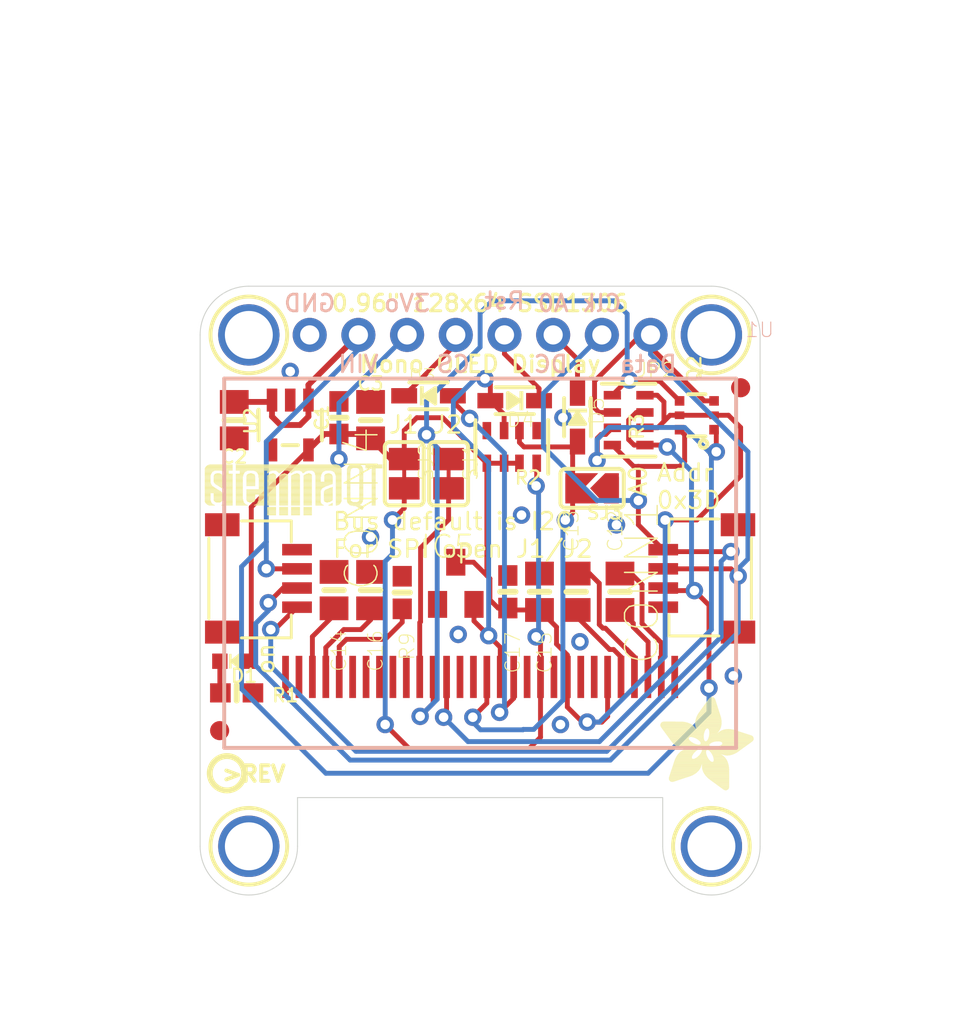
<source format=kicad_pcb>
(kicad_pcb (version 20211014) (generator pcbnew)
  (layers (0 "F.Cu" signal) (31 "B.Cu" signal) (34 "B.Paste" user) (35 "F.Paste" user) (36 "B.SilkS" user "B.Silkscreen") (37 "F.SilkS" user "F.Silkscreen") (38 "B.Mask" user) (39 "F.Mask" user) (44 "Edge.Cuts" user))
  (net 0 "")
  (net 1 "GND")
  (net 2 "SDA")
  (net 3 "SCL")
  (net 4 "3.3V")
  (net 5 "VCC")
  (net 6 "N$2")
  (net 7 "D0/SCLK/SCK_3.3V")
  (net 8 "D1/MOSI/SDA1_3.3V")
  (net 9 "N$9")
  (net 10 "CS_3.3V")
  (net 11 "RST_3.3V")
  (net 12 "DC/SA0_3.3V")
  (net 13 "CS_5.0V")
  (net 14 "RST_5.0V")
  (net 15 "DC/SA0_5.0V")
  (net 16 "N$10")
  (net 17 "N$11")
  (net 18 "N$12")
  (net 19 "N$13")
  (net 20 "N$14")
  (net 21 "N$15")
  (net 22 "N$16")
  (net 23 "N$17")
  (footprint "adafruit-096-ssd1306:SOD-323" (layer "F.Cu") (at 150.3045 95.0976 180)
    (fp_text reference "D4")
    (fp_text value "1N4148")
  )
  (footprint "adafruit-096-ssd1306:MOUNTINGHOLE_2.5_PLATED" (layer "F.Cu") (at 136.4361 118.3386)
    (fp_text reference "U$19" hide)
    (fp_text value "MOUNTINGHOLE2.5" hide)
  )
  (footprint "adafruit-096-ssd1306:STEMMAQT" (layer "F.Cu") (at 134.1501 101.0666)
    (fp_text reference "U$31" hide)
    (fp_text value "" hide)
  )
  (footprint "adafruit-096-ssd1306:SOLDERJUMPER_CLOSEDWIRE" (layer "F.Cu") (at 144.5415 98.9076 -90)
    (fp_text reference "SJ2")
    (fp_text value "")
  )
  (footprint "adafruit-096-ssd1306:ADAFRUIT_5MM" (layer "F.Cu") (at 157.8991 115.4176)
    (fp_text reference "U$8" hide)
    (fp_text value "" hide)
  )
  (footprint "adafruit-096-ssd1306:FIDUCIAL_1MM" (layer "F.Cu") (at 134.9121 112.3061)
    (fp_text reference "FID3" hide)
    (fp_text value "FIDUCIAL_1MM" hide)
  )
  (footprint "adafruit-096-ssd1306:JST_SH4" (layer "F.Cu") (at 160.5661 104.3686 90)
    (fp_text reference "CONN1")
    (fp_text value "STEMMA_I2C_QT" hide)
  )
  (footprint "adafruit-096-ssd1306:SOT23" (layer "F.Cu") (at 147.2311 104.6226)
    (fp_text reference "IC5")
    (fp_text value "APX803")
  )
  (footprint "adafruit-096-ssd1306:0805-NO" (layer "F.Cu") (at 153.5105 105.0646 90)
    (fp_text reference "C13")
    (fp_text value "2.2uF")
  )
  (footprint "adafruit-096-ssd1306:MOUNTINGHOLE_2.5_PLATED" (layer "F.Cu") (at 136.4361 91.6686)
    (fp_text reference "U$1" hide)
    (fp_text value "MOUNTINGHOLE2.5" hide)
  )
  (footprint "adafruit-096-ssd1306:0603-NO" (layer "F.Cu") (at 144.4371 105.1052 -90)
    (fp_text reference "R9")
    (fp_text value "390K")
  )
  (footprint "adafruit-096-ssd1306:MOUNTINGHOLE_2.5_PLATED" (layer "F.Cu") (at 160.5661 91.6686)
    (fp_text reference "U$17" hide)
    (fp_text value "MOUNTINGHOLE2.5" hide)
  )
  (footprint "adafruit-096-ssd1306:0805-NO" (layer "F.Cu") (at 135.6741 96.1136 -90)
    (fp_text reference "C2")
    (fp_text value "10uF")
  )
  (footprint "adafruit-096-ssd1306:0805-NO" (layer "F.Cu") (at 142.7861 104.9782 -90)
    (fp_text reference "C16")
    (fp_text value "10uF")
  )
  (footprint "adafruit-096-ssd1306:RESPACK_4X0603" (layer "F.Cu") (at 150.1521 97.5106 180)
    (fp_text reference "R2")
    (fp_text value "10K")
  )
  (footprint "adafruit-096-ssd1306:SOLDERJUMPER_ARROW_NOPASTE" (layer "F.Cu") (at 154.3431 99.6696 180)
    (fp_text reference "SJ3")
    (fp_text value "")
  )
  (footprint "adafruit-096-ssd1306:0805-NO" (layer "F.Cu") (at 155.7965 105.0646 90)
    (fp_text reference "C12")
    (fp_text value "2.2uF")
  )
  (footprint "adafruit-096-ssd1306:SOD-323" (layer "F.Cu") (at 145.8087 94.8436)
    (fp_text reference "D3")
    (fp_text value "1N4148")
  )
  (footprint "adafruit-096-ssd1306:SOT23-5" (layer "F.Cu") (at 138.5951 96.3676 180)
    (fp_text reference "U2")
    (fp_text value "AP2112K-3.3")
  )
  (footprint "adafruit-096-ssd1306:1X08_ROUND_70" (layer "F.Cu") (at 148.5011 91.6686 180)
    (fp_text reference "JP2")
    (fp_text value "")
  )
  (footprint "adafruit-096-ssd1306:SOD-323" (layer "F.Cu") (at 153.5811 95.9612 -90)
    (fp_text reference "D5")
    (fp_text value "1N4148")
  )
  (footprint "adafruit-096-ssd1306:0603-NO" (layer "F.Cu") (at 149.9465 105.0646 -90)
    (fp_text reference "C17")
    (fp_text value "0.1uF")
  )
  (footprint "adafruit-096-ssd1306:CHIPLED_0603_NOOUTLINE" (layer "F.Cu") (at 135.6741 108.6866 90)
    (fp_text reference "D1")
    (fp_text value "GREEN")
  )
  (footprint "adafruit-096-ssd1306:SOLDERJUMPER_CLOSEDWIRE" (layer "F.Cu") (at 146.8567 98.9076 -90)
    (fp_text reference "SJ1")
    (fp_text value "")
  )
  (footprint "adafruit-096-ssd1306:FIDUCIAL_1MM" (layer "F.Cu") (at 162.0901 94.4245)
    (fp_text reference "FID4" hide)
    (fp_text value "FIDUCIAL_1MM" hide)
  )
  (footprint "adafruit-096-ssd1306:MOUNTINGHOLE_2.5_PLATED" (layer "F.Cu") (at 160.5661 118.3386)
    (fp_text reference "U$21" hide)
    (fp_text value "MOUNTINGHOLE2.5" hide)
  )
  (footprint "adafruit-096-ssd1306:0805-NO" (layer "F.Cu") (at 142.7861 96.1136 90)
    (fp_text reference "C3")
    (fp_text value "10uF")
  )
  (footprint "adafruit-096-ssd1306:SOT363" (layer "F.Cu") (at 159.8041 95.8596 90)
    (fp_text reference "Q2")
    (fp_text value "BSS138")
  )
  (footprint "adafruit-096-ssd1306:0603-NO" (layer "F.Cu") (at 141.1351 95.9866 90)
    (fp_text reference "C1")
    (fp_text value "0.1uF")
  )
  (footprint "adafruit-096-ssd1306:0603-NO" (layer "F.Cu") (at 135.8011 110.3376)
    (fp_text reference "R1")
    (fp_text value "10K")
  )
  (footprint "adafruit-096-ssd1306:0805-NO" (layer "F.Cu") (at 151.5975 105.0646 -90)
    (fp_text reference "C15")
    (fp_text value "10uF")
  )
  (footprint "adafruit-096-ssd1306:0805-NO" (layer "F.Cu") (at 140.8811 104.9782 -90)
    (fp_text reference "C14")
    (fp_text value "10uF")
  )
  (footprint "adafruit-096-ssd1306:JST_SH4" (layer "F.Cu") (at 136.4361 104.3686 -90)
    (fp_text reference "CONN4")
    (fp_text value "STEMMA_I2C_QT" hide)
  )
  (footprint "adafruit-096-ssd1306:PCBFEAT-REV-040" (layer "F.Cu") (at 135.2931 114.5286)
    (fp_text reference "U$25" hide)
    (fp_text value "" hide)
  )
  (footprint "adafruit-096-ssd1306:RESPACK_4X0603" (layer "F.Cu") (at 156.2481 96.1136 90)
    (fp_text reference "R3")
    (fp_text value "10K")
  )
  (footprint "adafruit-096-ssd1306:UG-2864HSWEG01_0.96IN_WRAPAROUND" (layer "B.Cu") (at 148.5011 108.3056 180)
    (fp_text reference "U1")
    (fp_text value "UG-2864HSWEG01")
  )
  (gr_line (start 160.5661 89.1286) (end 136.4361 89.1286) (layer "Edge.Cuts") (width 0.05))
  (gr_arc (start 136.4361 120.8786) (mid 134.640049 120.134651) (end 133.8961 118.3386) (layer "Edge.Cuts") (width 0.05))
  (gr_line (start 138.9761 115.7986) (end 158.0261 115.7986) (layer "Edge.Cuts") (width 0.05))
  (gr_line (start 138.9761 118.3386) (end 138.9761 115.7986) (layer "Edge.Cuts") (width 0.05))
  (gr_arc (start 138.9761 118.3386) (mid 138.232151 120.134651) (end 136.4361 120.8786) (layer "Edge.Cuts") (width 0.05))
  (gr_arc (start 160.5661 89.1286) (mid 162.362151 89.872549) (end 163.1061 91.6686) (layer "Edge.Cuts") (width 0.05))
  (gr_line (start 158.0261 115.7986) (end 158.0261 118.3386) (layer "Edge.Cuts") (width 0.05))
  (gr_line (start 133.8961 91.6686) (end 133.8961 118.3386) (layer "Edge.Cuts") (width 0.05))
  (gr_arc (start 163.1061 118.3386) (mid 162.362151 120.134651) (end 160.5661 120.8786) (layer "Edge.Cuts") (width 0.05))
  (gr_arc (start 133.8961 91.6686) (mid 134.640049 89.872549) (end 136.4361 89.1286) (layer "Edge.Cuts") (width 0.05))
  (gr_arc (start 160.5661 120.8786) (mid 158.770049 120.134651) (end 158.0261 118.3386) (layer "Edge.Cuts") (width 0.05))
  (gr_line (start 163.1061 118.3386) (end 163.1061 91.6686) (layer "Edge.Cuts") (width 0.05))
  (gr_text "Rst" (at 149.7711 89.8906) (layer "B.SilkS") (effects (font (size 0.87376 0.87376) (thickness 0.14224)) (justify mirror)))
  (gr_text "Data" (at 157.2641 93.1926) (layer "B.SilkS") (effects (font (size 0.87376 0.87376) (thickness 0.14224)) (justify mirror)))
  (gr_text "DC" (at 152.1841 93.1926) (layer "B.SilkS") (effects (font (size 0.87376 0.87376) (thickness 0.14224)) (justify mirror)))
  (gr_text "Clk" (at 154.8511 90.0176) (layer "B.SilkS") (effects (font (size 0.87376 0.87376) (thickness 0.14224)) (justify mirror)))
  (gr_text "A0" (at 152.3111 90.0176) (layer "B.SilkS") (effects (font (size 0.87376 0.87376) (thickness 0.14224)) (justify mirror)))
  (gr_text "3Vo" (at 144.6911 90.0176) (layer "B.SilkS") (effects (font (size 0.87376 0.87376) (thickness 0.14224)) (justify mirror)))
  (gr_text "CS" (at 147.1041 93.1926) (layer "B.SilkS") (effects (font (size 0.87376 0.87376) (thickness 0.14224)) (justify mirror)))
  (gr_text "GND" (at 139.6111 90.0176) (layer "B.SilkS") (effects (font (size 0.87376 0.87376) (thickness 0.14224)) (justify mirror)))
  (gr_text "VIN" (at 142.1511 93.1926) (layer "B.SilkS") (effects (font (size 0.87376 0.87376) (thickness 0.14224)) (justify mirror)))
  (gr_text "A0" (at 157.2641 100.1776 90) (layer "F.SilkS") (effects (font (size 0.89408 0.89408) (thickness 0.12192)) (justify left bottom)))
  (gr_text "0.96\" 128x64 SSD1306" (at 148.5011 90.0176) (layer "F.SilkS") (effects (font (size 0.8636 0.8636) (thickness 0.1524))))
  (gr_text "Bus default is I2C\nFor SPI open J1/J2" (at 140.7541 103.3526) (layer "F.SilkS") (effects (font (size 0.89408 0.89408) (thickness 0.12192)) (justify left bottom)))
  (gr_text "J1" (at 143.6751 96.8756) (layer "F.SilkS") (effects (font (size 0.89408 0.89408) (thickness 0.12192)) (justify left bottom)))
  (gr_text "Addr\n0x3D" (at 157.6451 100.8126) (layer "F.SilkS") (effects (font (size 0.89408 0.89408) (thickness 0.12192)) (justify left bottom)))
  (gr_text "on" (at 137.8331 109.4486 90) (layer "F.SilkS") (effects (font (size 0.89408 0.89408) (thickness 0.12192)) (justify left bottom)))
  (gr_text "Mono OLED Display" (at 148.5011 93.1926) (layer "F.SilkS") (effects (font (size 0.8636 0.8636) (thickness 0.1524))))
  (gr_text "J2" (at 145.9611 96.8756) (layer "F.SilkS") (effects (font (size 0.89408 0.89408) (thickness 0.12192)) (justify left bottom)))
  (via (at 147.3581 107.2896) (size 0.9064) (drill 0.5) (layers "F.Cu" "B.Cu") (net 1))
  (via (at 152.8191 95.9866) (size 0.9064) (drill 0.5) (layers "F.Cu" "B.Cu") (net 1))
  (via (at 153.7081 107.6706) (size 0.9064) (drill 0.5) (layers "F.Cu" "B.Cu") (net 1))
  (via (at 155.6131 101.5746) (size 0.9064) (drill 0.5) (layers "F.Cu" "B.Cu") (net 1))
  (via (at 161.7091 109.4486) (size 0.9064) (drill 0.5) (layers "F.Cu" "B.Cu") (net 1))
  (via (at 150.6601 101.0666) (size 0.9064) (drill 0.5) (layers "F.Cu" "B.Cu") (net 1))
  (via (at 152.6921 111.9886) (size 0.9064) (drill 0.5) (layers "F.Cu" "B.Cu") (net 1))
  (via (at 142.7861 102.2096) (size 0.9064) (drill 0.5) (layers "F.Cu" "B.Cu") (net 1))
  (via (at 138.5951 93.5736) (size 0.9064) (drill 0.5) (layers "F.Cu" "B.Cu") (net 1))
  (segment (start 157.3911 91.7956) (end 157.3911 91.6686) (width 0.254) (layer "F.Cu") (net 2))
  (segment (start 154.4701 94.0816) (end 156.7561 91.7956) (width 0.254) (layer "F.Cu") (net 2))
  (segment (start 137.4521 105.6386) (end 138.2221 104.8686) (width 0.254) (layer "F.Cu") (net 2))
  (segment (start 138.2221 104.8686) (end 138.9501 104.8686) (width 0.254) (layer "F.Cu") (net 2))
  (segment (start 157.3911 92.3036) (end 157.3911 91.7956) (width 0.254) (layer "F.Cu") (net 2))
  (segment (start 158.0521 103.8686) (end 161.5901 103.8686) (width 0.254) (layer "F.Cu") (net 2))
  (segment (start 156.7561 91.7956) (end 157.3911 91.7956) (width 0.254) (layer "F.Cu") (net 2))
  (segment (start 160.7041 95.1096) (end 160.1971 95.1096) (width 0.254) (layer "F.Cu") (net 2))
  (segment (start 160.1971 95.1096) (end 157.3911 92.3036) (width 0.254) (layer "F.Cu") (net 2))
  (segment (start 154.4701 95.4786) (end 154.4701 94.0816) (width 0.254) (layer "F.Cu") (net 2))
  (segment (start 154.7051 95.7136) (end 154.4701 95.4786) (width 0.254) (layer "F.Cu") (net 2))
  (segment (start 155.3981 95.7136) (end 154.7051 95.7136) (width 0.254) (layer "F.Cu") (net 2))
  (segment (start 161.5901 103.8686) (end 161.9631 104.2416) (width 0.254) (layer "F.Cu") (net 2))
  (via (at 161.9631 104.2416) (size 0.9064) (drill 0.5) (layers "F.Cu" "B.Cu") (net 2))
  (via (at 137.4521 105.6386) (size 0.9064) (drill 0.5) (layers "F.Cu" "B.Cu") (net 2))
  (segment (start 161.9631 104.2416) (end 161.9631 107.174182) (width 0.254) (layer "B.Cu") (net 2))
  (segment (start 162.4711 103.3526) (end 161.9631 103.8606) (width 0.254) (layer "B.Cu") (net 2))
  (segment (start 136.7957 108.9192) (end 136.7957 106.7111) (width 0.254) (layer "B.Cu") (net 2))
  (segment (start 162.4711 97.7646) (end 157.3911 92.6846) (width 0.254) (layer "B.Cu") (net 2))
  (segment (start 141.7193 113.8428) (end 136.7957 108.9192) (width 0.254) (layer "B.Cu") (net 2))
  (segment (start 136.7957 106.7111) (end 137.4521 106.0547) (width 0.254) (layer "B.Cu") (net 2))
  (segment (start 161.9631 104.2416) (end 161.9631 103.8606) (width 0.254) (layer "B.Cu") (net 2))
  (segment (start 137.4521 106.0547) (end 137.4521 105.6386) (width 0.254) (layer "B.Cu") (net 2))
  (segment (start 161.9631 107.174182) (end 155.294481 113.8428) (width 0.254) (layer "B.Cu") (net 2))
  (segment (start 155.294481 113.8428) (end 141.7193 113.8428) (width 0.254) (layer "B.Cu") (net 2))
  (segment (start 157.3911 92.6846) (end 157.3911 91.6686) (width 0.254) (layer "B.Cu") (net 2))
  (segment (start 162.4711 103.3526) (end 162.4711 97.7646) (width 0.254) (layer "B.Cu") (net 2))
  (segment (start 138.9501 105.8686) (end 137.7831 107.0356) (width 0.254) (layer "F.Cu") (net 3))
  (segment (start 158.1551 102.9716) (end 158.0521 102.8686) (width 0.254) (layer "F.Cu") (net 3))
  (segment (start 159.1691 98.2726) (end 159.1691 96.8746) (width 0.254) (layer "F.Cu") (net 3))
  (segment (start 137.7831 107.0356) (end 137.5791 107.0356) (width 0.254) (layer "F.Cu") (net 3))
  (segment (start 155.3981 97.4136) (end 156.5111 98.5266) (width 0.254) (layer "F.Cu") (net 3))
  (segment (start 156.5111 98.5266) (end 156.7561 98.5266) (width 0.254) (layer "F.Cu") (net 3))
  (segment (start 161.5821 102.9716) (end 158.1551 102.9716) (width 0.254) (layer "F.Cu") (net 3))
  (segment (start 156.7561 101.5726) (end 158.0521 102.8686) (width 0.254) (layer "F.Cu") (net 3))
  (segment (start 158.9151 98.5266) (end 159.1691 98.2726) (width 0.254) (layer "F.Cu") (net 3))
  (segment (start 156.7561 98.5266) (end 156.7561 100.3046) (width 0.254) (layer "F.Cu") (net 3))
  (segment (start 156.7561 98.5266) (end 158.9151 98.5266) (width 0.254) (layer "F.Cu") (net 3))
  (segment (start 159.1691 96.8746) (end 158.9041 96.6096) (width 0.254) (layer "F.Cu") (net 3))
  (segment (start 156.7561 100.3046) (end 156.7561 101.5726) (width 0.254) (layer "F.Cu") (net 3))
  (via (at 137.5791 107.0356) (size 0.9064) (drill 0.5) (layers "F.Cu" "B.Cu") (net 3))
  (via (at 156.7561 100.3046) (size 0.9064) (drill 0.5) (layers "F.Cu" "B.Cu") (net 3))
  (via (at 161.5821 102.9716) (size 0.9064) (drill 0.5) (layers "F.Cu" "B.Cu") (net 3))
  (segment (start 161.0741 103.4796) (end 161.5821 102.9716) (width 0.254) (layer "B.Cu") (net 3))
  (segment (start 154.8511 91.6686) (end 151.8031 94.7166) (width 0.254) (layer "B.Cu") (net 3))
  (segment (start 155.1051 113.3856) (end 161.0741 107.4166) (width 0.254) (layer "B.Cu") (net 3))
  (segment (start 154.5971 100.3046) (end 151.8031 97.5106) (width 0.254) (layer "B.Cu") (net 3))
  (segment (start 161.0741 107.4166) (end 161.0741 103.4796) (width 0.254) (layer "B.Cu") (net 3))
  (segment (start 142.0241 113.3856) (end 155.1051 113.3856) (width 0.254) (layer "B.Cu") (net 3))
  (segment (start 151.8031 94.7166) (end 151.8031 97.5106) (width 0.254) (layer "B.Cu") (net 3))
  (segment (start 137.5791 108.9406) (end 142.0241 113.3856) (width 0.254) (layer "B.Cu") (net 3))
  (segment (start 137.5791 107.0356) (end 137.5791 108.9406) (width 0.254) (layer "B.Cu") (net 3))
  (segment (start 156.7561 100.3046) (end 154.5971 100.3046) (width 0.254) (layer "B.Cu") (net 3))
  (segment (start 148.8521 104.218625) (end 148.156075 103.5226) (width 0.254) (layer "F.Cu") (net 4))
  (segment (start 150.0465 106.0146) (end 149.9465 105.9146) (width 0.254) (layer "F.Cu") (net 4))
  (segment (start 142.7861 97.0636) (end 143.8681 98.1456) (width 0.3048) (layer "F.Cu") (net 4))
  (segment (start 136.4241 108.6866) (end 136.5631 108.5476) (width 0.254) (layer "F.Cu") (net 4))
  (segment (start 154.0891 111.8616) (end 154.8511 111.8616) (width 0.254) (layer "F.Cu") (net 4))
  (segment (start 147.987 97.4955) (end 147.987 97.424625) (width 0.254) (layer "F.Cu") (net 4))
  (segment (start 149.9465 105.9146) (end 149.4385 105.9146) (width 0.254) (layer "F.Cu") (net 4))
  (segment (start 150.5521 98.3606) (end 149.7521 98.3606) (width 0.254) (layer "F.Cu") (net 4))
  (segment (start 157.0981 94.8136) (end 157.7421 94.8136) (width 0.254) (layer "F.Cu") (net 4))
  (segment (start 152.4865 106.9036) (end 152.4865 107.7926) (width 0.254) (layer "F.Cu") (net 4))
  (segment (start 149.7521 98.3606) (end 148.8521 98.3606) (width 0.254) (layer "F.Cu") (net 4))
  (segment (start 158.0896 95.1611) (end 158.0896 96.1771) (width 0.254) (layer "F.Cu") (net 4))
  (segment (start 148.8521 104.218625) (end 149.0113 104.377825) (width 0.254) (layer "F.Cu") (net 4))
  (segment (start 145.1991 95.9866) (end 144.5415 96.6442) (width 0.254) (layer "F.Cu") (net 4))
  (segment (start 149.4385 105.9146) (end 149.0113 105.4874) (width 0.254) (layer "F.Cu") (net 4))
  (segment (start 160.7041 95.8596) (end 161.4551 95.8596) (width 0.254) (layer "F.Cu") (net 4))
  (segment (start 136.5631 100.6497) (end 139.5451 97.6677) (width 0.254) (layer "F.Cu") (net 4))
  (segment (start 153.0511 108.3572) (end 153.0511 109.5056) (width 0.254) (layer "F.Cu") (net 4))
  (segment (start 143.8681 98.1456) (end 144.5415 98.1456) (width 0.3048) (layer "F.Cu") (net 4))
  (segment (start 153.8351 111.8616) (end 154.0891 111.8616) (width 0.254) (layer "F.Cu") (net 4))
  (segment (start 153.0511 111.0776) (end 153.8351 111.8616) (width 0.254) (layer "F.Cu") (net 4))
  (segment (start 151.5975 106.0146) (end 150.0465 106.0146) (width 0.254) (layer "F.Cu") (net 4))
  (segment (start 136.5631 108.5476) (end 136.5631 100.6497) (width 0.254) (layer "F.Cu") (net 4))
  (segment (start 149.0113 105.4874) (end 149.0113 104.377825) (width 0.254) (layer "F.Cu") (net 4))
  (segment (start 140.3762 96.8366) (end 141.1351 96.8366) (width 0.3048) (layer "F.Cu") (net 4))
  (segment (start 159.8041 101.3206) (end 158.1531 101.3206) (width 0.254) (layer "F.Cu") (net 4))
  (segment (start 141.1351 96.8366) (end 142.5591 96.8366) (width 0.3048) (layer "F.Cu") (net 4))
  (segment (start 155.1511 111.5616) (end 155.1511 109.5056) (width 0.254) (layer "F.Cu") (net 4))
  (segment (start 157.7531 96.5136) (end 157.0981 96.5136) (width 0.254) (layer "F.Cu") (net 4))
  (segment (start 142.5591 96.8366) (end 142.7861 97.0636) (width 0.3048) (layer "F.Cu") (net 4))
  (segment (start 153.0511 108.3572) (end 152.4865 107.7926) (width 0.254) (layer "F.Cu") (net 4))
  (segment (start 158.0896 96.1771) (end 157.7531 96.5136) (width 0.254) (layer "F.Cu") (net 4))
  (segment (start 154.8511 111.8616) (end 155.1511 111.5616) (width 0.254) (layer "F.Cu") (net 4))
  (segment (start 158.4071 95.8596) (end 158.0896 96.1771) (width 0.254) (layer "F.Cu") (net 4))
  (segment (start 144.5415 96.6442) (end 144.5415 98.1456) (width 0.254) (layer "F.Cu") (net 4))
  (segment (start 161.4551 95.8596) (end 162.0901 96.4946) (width 0.254) (layer "F.Cu") (net 4))
  (segment (start 162.0901 99.0346) (end 159.8041 101.3206) (width 0.254) (layer "F.Cu") (net 4))
  (segment (start 146.548975 95.9866) (end 145.1991 95.9866) (width 0.254) (layer "F.Cu") (net 4))
  (segment (start 162.0901 96.4946) (end 162.0901 99.0346) (width 0.254) (layer "F.Cu") (net 4))
  (segment (start 139.5451 97.6677) (end 140.3762 96.8366) (width 0.3048) (layer "F.Cu") (net 4))
  (segment (start 148.8521 98.3606) (end 148.8521 104.218625) (width 0.254) (layer "F.Cu") (net 4))
  (segment (start 148.156075 103.5226) (end 147.2311 103.5226) (width 0.254) (layer "F.Cu") (net 4))
  (segment (start 147.987 97.424625) (end 146.548975 95.9866) (width 0.254) (layer "F.Cu") (net 4))
  (segment (start 153.0511 109.5056) (end 153.0511 111.0776) (width 0.254) (layer "F.Cu") (net 4))
  (segment (start 158.9041 95.8596) (end 158.4071 95.8596) (width 0.254) (layer "F.Cu") (net 4))
  (segment (start 157.7421 94.8136) (end 158.0896 95.1611) (width 0.254) (layer "F.Cu") (net 4))
  (segment (start 148.8521 98.3606) (end 147.987 97.4955) (width 0.254) (layer "F.Cu") (net 4))
  (segment (start 160.7041 95.8596) (end 158.9041 95.8596) (width 0.254) (layer "F.Cu") (net 4))
  (segment (start 151.5975 106.0146) (end 152.4865 106.9036) (width 0.254) (layer "F.Cu") (net 4))
  (segment (start 141.1351 98.1456) (end 141.1351 96.8366) (width 0.254) (layer "F.Cu") (net 4))
  (via (at 154.0891 111.8616) (size 0.9064) (drill 0.5) (layers "F.Cu" "B.Cu") (net 4))
  (via (at 158.1531 101.3206) (size 0.9064) (drill 0.5) (layers "F.Cu" "B.Cu") (net 4))
  (via (at 141.1351 98.1456) (size 0.9064) (drill 0.5) (layers "F.Cu" "B.Cu") (net 4))
  (segment (start 154.7241 111.8616) (end 154.0891 111.8616) (width 0.254) (layer "B.Cu") (net 4))
  (segment (start 158.1531 101.3206) (end 158.1531 108.4326) (width 0.254) (layer "B.Cu") (net 4))
  (segment (start 141.1351 95.2246) (end 141.1351 98.1456) (width 0.254) (layer "B.Cu") (net 4))
  (segment (start 144.6911 91.6686) (end 141.1351 95.2246) (width 0.254) (layer "B.Cu") (net 4))
  (segment (start 158.1531 108.4326) (end 154.7241 111.8616) (width 0.254) (layer "B.Cu") (net 4))
  (segment (start 157.0981 97.4136) (end 158.2587 97.4136) (width 0.254) (layer "F.Cu") (net 5))
  (segment (start 156.5321 97.4136) (end 157.0981 97.4136) (width 0.254) (layer "F.Cu") (net 5))
  (segment (start 138.9501 103.8686) (end 137.3545 103.8686) (width 0.254) (layer "F.Cu") (net 5))
  (segment (start 159.6771 105.0036) (end 158.1871 105.0036) (width 0.254) (layer "F.Cu") (net 5))
  (segment (start 137.549 95.1636) (end 135.6741 95.1636) (width 0.3048) (layer "F.Cu") (net 5))
  (segment (start 137.6451 95.0675) (end 137.549 95.1636) (width 0.3048) (layer "F.Cu") (net 5))
  (segment (start 137.3545 103.8686) (end 137.3465 103.8606) (width 0.254) (layer "F.Cu") (net 5))
  (segment (start 137.6451 95.9256) (end 137.6451 95.0675) (width 0.3048) (layer "F.Cu") (net 5))
  (segment (start 158.2587 97.4136) (end 158.2587 97.5106) (width 0.254) (layer "F.Cu") (net 5))
  (segment (start 156.2481 96.1136) (end 156.2481 97.1296) (width 0.254) (layer "F.Cu") (net 5))
  (segment (start 139.5451 95.0675) (end 139.5451 95.9256) (width 0.3048) (layer "F.Cu") (net 5))
  (segment (start 139.5451 95.9256) (end 139.1031 96.3676) (width 0.3048) (layer "F.Cu") (net 5))
  (segment (start 139.1031 96.3676) (end 138.0871 96.3676) (width 0.3048) (layer "F.Cu") (net 5))
  (segment (start 157.0981 95.7136) (end 156.6481 95.7136) (width 0.254) (layer "F.Cu") (net 5))
  (segment (start 139.5451 94.2746) (end 139.5451 95.0675) (width 0.3048) (layer "F.Cu") (net 5))
  (segment (start 158.1871 105.0036) (end 158.0521 104.8686) (width 0.254) (layer "F.Cu") (net 5))
  (segment (start 156.2481 97.1296) (end 156.5321 97.4136) (width 0.254) (layer "F.Cu") (net 5))
  (segment (start 160.4391 105.7656) (end 159.6771 105.0036) (width 0.254) (layer "F.Cu") (net 5))
  (segment (start 138.0871 96.3676) (end 137.6451 95.9256) (width 0.3048) (layer "F.Cu") (net 5))
  (segment (start 160.4391 110.0836) (end 160.4391 105.7656) (width 0.254) (layer "F.Cu") (net 5))
  (segment (start 142.1511 91.6686) (end 139.5451 94.2746) (width 0.3048) (layer "F.Cu") (net 5))
  (segment (start 156.6481 95.7136) (end 156.2481 96.1136) (width 0.254) (layer "F.Cu") (net 5))
  (via (at 160.4391 110.0836) (size 0.9064) (drill 0.5) (layers "F.Cu" "B.Cu") (net 5))
  (via (at 137.3465 103.8606) (size 0.9064) (drill 0.5) (layers "F.Cu" "B.Cu") (net 5))
  (via (at 159.6771 105.0036) (size 0.9064) (drill 0.5) (layers "F.Cu" "B.Cu") (net 5))
  (via (at 158.2587 97.5106) (size 0.9064) (drill 0.5) (layers "F.Cu" "B.Cu") (net 5))
  (segment (start 160.4391 111.3536) (end 160.4391 110.0836) (width 0.254) (layer "B.Cu") (net 5))
  (segment (start 142.1511 92.4306) (end 142.1511 91.6686) (width 0.254) (layer "B.Cu") (net 5))
  (segment (start 136.0551 110.131263) (end 140.452437 114.5286) (width 0.254) (layer "B.Cu") (net 5))
  (segment (start 159.5287 104.8552) (end 159.6771 105.0036) (width 0.254) (layer "B.Cu") (net 5))
  (segment (start 140.452437 114.5286) (end 157.2641 114.5286) (width 0.254) (layer "B.Cu") (net 5))
  (segment (start 159.5287 98.7806) (end 158.2587 97.5106) (width 0.254) (layer "B.Cu") (net 5))
  (segment (start 136.0551 103.755) (end 136.0551 110.131263) (width 0.254) (layer "B.Cu") (net 5))
  (segment (start 157.2641 114.5286) (end 160.4391 111.3536) (width 0.254) (layer "B.Cu") (net 5))
  (segment (start 137.3465 103.8606) (end 137.3465 102.4636) (width 0.254) (layer "B.Cu") (net 5))
  (segment (start 137.3465 97.2352) (end 142.1511 92.4306) (width 0.254) (layer "B.Cu") (net 5))
  (segment (start 159.5287 98.7806) (end 159.5287 104.8552) (width 0.254) (layer "B.Cu") (net 5))
  (segment (start 137.3465 102.4636) (end 136.0551 103.755) (width 0.254) (layer "B.Cu") (net 5))
  (segment (start 137.3465 102.4636) (end 137.3465 97.2352) (width 0.254) (layer "B.Cu") (net 5))
  (segment (start 134.9241 110.3106) (end 134.9511 110.3376) (width 0.254) (layer "F.Cu") (net 6))
  (segment (start 134.9241 108.6866) (end 134.9241 110.3106) (width 0.254) (layer "F.Cu") (net 6))
  (segment (start 146.5961 111.6076) (end 146.5961 111.408575) (width 0.254) (layer "F.Cu") (net 7))
  (segment (start 155.3981 96.5136) (end 155.0533 96.8584) (width 0.254) (layer "F.Cu") (net 7))
  (segment (start 160.8201 97.7646) (end 160.8201 96.7256) (width 0.254) (layer "F.Cu") (net 7))
  (segment (start 154.6179 97.051825) (end 154.6179 98.197688) (width 0.254) (layer "F.Cu") (net 7))
  (segment (start 146.7511 109.5056) (end 146.7511 111.563575) (width 0.254) (layer "F.Cu") (net 7))
  (segment (start 160.8201 96.7256) (end 160.7041 96.6096) (width 0.254) (layer "F.Cu") (net 7))
  (segment (start 154.811325 96.8584) (end 154.6179 97.051825) (width 0.254) (layer "F.Cu") (net 7))
  (segment (start 154.6179 98.197688) (end 154.5984 98.217188) (width 0.254) (layer "F.Cu") (net 7))
  (segment (start 146.5961 111.408575) (end 146.7511 111.563575) (width 0.254) (layer "F.Cu") (net 7))
  (segment (start 155.0533 96.8584) (end 154.811325 96.8584) (width 0.254) (layer "F.Cu") (net 7))
  (via (at 146.5961 111.6076) (size 0.9064) (drill 0.5) (layers "F.Cu" "B.Cu") (net 7))
  (via (at 160.8201 97.7646) (size 0.9064) (drill 0.5) (layers "F.Cu" "B.Cu") (net 7))
  (via (at 154.5984 98.217188) (size 0.9064) (drill 0.5) (layers "F.Cu" "B.Cu") (net 7))
  (segment (start 154.7241 112.8776) (end 147.8661 112.8776) (width 0.254) (layer "B.Cu") (net 7))
  (segment (start 154.7241 112.8776) (end 160.5661 107.0356) (width 0.254) (layer "B.Cu") (net 7))
  (segment (start 160.4391 97.7646) (end 160.8201 97.7646) (width 0.254) (layer "B.Cu") (net 7))
  (segment (start 160.5661 98.0186) (end 160.5661 107.0356) (width 0.254) (layer "B.Cu") (net 7))
  (segment (start 155.2321 96.4946) (end 159.1691 96.4946) (width 0.254) (layer "B.Cu") (net 7))
  (segment (start 146.5961 111.6076) (end 147.8661 112.8776) (width 0.254) (layer "B.Cu") (net 7))
  (segment (start 159.1691 96.4946) (end 160.4391 97.7646) (width 0.254) (layer "B.Cu") (net 7))
  (segment (start 154.5984 98.217188) (end 154.5984 97.1283) (width 0.254) (layer "B.Cu") (net 7))
  (segment (start 154.5984 97.1283) (end 155.2321 96.4946) (width 0.254) (layer "B.Cu") (net 7))
  (segment (start 160.5661 98.0186) (end 160.8201 97.7646) (width 0.254) (layer "B.Cu") (net 7))
  (segment (start 156.1301 94.0816) (end 155.3981 94.8136) (width 0.254) (layer "F.Cu") (net 8))
  (segment (start 156.283406 94.025007) (end 156.283406 94.046294) (width 0.254) (layer "F.Cu") (net 8))
  (segment (start 157.8761 94.0816) (end 156.2481 94.0816) (width 0.254) (layer "F.Cu") (net 8))
  (segment (start 156.283406 94.046294) (end 156.2481 94.0816) (width 0.254) (layer "F.Cu") (net 8))
  (segment (start 156.2481 94.0816) (end 156.1301 94.0816) (width 0.254) (layer "F.Cu") (net 8))
  (segment (start 145.7071 96.8756) (end 145.7071 96.996) (width 0.254) (layer "F.Cu") (net 8))
  (segment (start 158.9041 95.1096) (end 157.8761 94.0816) (width 0.254) (layer "F.Cu") (net 8))
  (segment (start 146.8567 98.1456) (end 145.7071 96.996) (width 0.254) (layer "F.Cu") (net 8))
  (segment (start 146.0511 109.5056) (end 146.0511 110.8826) (width 0.254) (layer "F.Cu") (net 8))
  (segment (start 146.0511 110.8826) (end 145.37205 111.56165) (width 0.254) (layer "F.Cu") (net 8))
  (via (at 145.7071 96.8756) (size 0.9064) (drill 0.5) (layers "F.Cu" "B.Cu") (net 8))
  (via (at 145.37205 111.56165) (size 0.9064) (drill 0.5) (layers "F.Cu" "B.Cu") (net 8))
  (via (at 156.283406 94.025007) (size 0.9064) (drill 0.5) (layers "F.Cu" "B.Cu") (net 8))
  (segment (start 146.26105 97.55655) (end 145.7071 97.0026) (width 0.254) (layer "B.Cu") (net 8))
  (segment (start 156.1719 93.9135) (end 156.283406 94.025007) (width 0.254) (layer "B.Cu") (net 8))
  (segment (start 146.26105 97.55655) (end 146.26105 110.67265) (width 0.254) (layer "B.Cu") (net 8))
  (segment (start 145.7071 96.8756) (end 145.7071 95.0976) (width 0.254) (layer "B.Cu") (net 8))
  (segment (start 148.5011 90.5256) (end 149.1361 89.8906) (width 0.254) (layer "B.Cu") (net 8))
  (segment (start 145.7071 95.0976) (end 148.5011 92.3036) (width 0.254) (layer "B.Cu") (net 8))
  (segment (start 148.5011 92.3036) (end 148.5011 90.5256) (width 0.254) (layer "B.Cu") (net 8))
  (segment (start 156.1719 90.5764) (end 156.1719 93.9135) (width 0.254) (layer "B.Cu") (net 8))
  (segment (start 155.4861 89.8906) (end 156.1719 90.5764) (width 0.254) (layer "B.Cu") (net 8))
  (segment (start 145.37205 111.56165) (end 146.26105 110.67265) (width 0.254) (layer "B.Cu") (net 8))
  (segment (start 149.1361 89.8906) (end 155.4861 89.8906) (width 0.254) (layer "B.Cu") (net 8))
  (segment (start 145.7071 96.8756) (end 145.7071 97.0026) (width 0.254) (layer "B.Cu") (net 8))
  (segment (start 144.5415 100.7082) (end 143.9291 101.3206) (width 0.254) (layer "F.Cu") (net 9))
  (segment (start 151.6511 109.5056) (end 151.6511 112.6486) (width 0.254) (layer "F.Cu") (net 9))
  (segment (start 151.6511 107.6456) (end 151.6511 109.5056) (width 0.254) (layer "F.Cu") (net 9))
  (segment (start 151.4521 98.3606) (end 151.4521 99.5126) (width 0.254) (layer "F.Cu") (net 9))
  (segment (start 151.4521 99.5126) (end 151.4221 99.5426) (width 0.254) (layer "F.Cu") (net 9))
  (segment (start 144.8181 113.2586) (end 143.5481 111.9886) (width 0.254) (layer "F.Cu") (net 9))
  (segment (start 151.4221 107.4166) (end 151.6511 107.6456) (width 0.254) (layer "F.Cu") (net 9))
  (segment (start 151.0411 113.2586) (end 144.8181 113.2586) (width 0.254) (layer "F.Cu") (net 9))
  (segment (start 144.5415 99.6696) (end 144.5415 100.7082) (width 0.254) (layer "F.Cu") (net 9))
  (segment (start 151.6511 112.6486) (end 151.0411 113.2586) (width 0.254) (layer "F.Cu") (net 9))
  (via (at 143.9291 101.3206) (size 0.9064) (drill 0.5) (layers "F.Cu" "B.Cu") (net 9))
  (via (at 143.5481 111.9886) (size 0.9064) (drill 0.5) (layers "F.Cu" "B.Cu") (net 9))
  (via (at 151.4221 107.4166) (size 0.9064) (drill 0.5) (layers "F.Cu" "B.Cu") (net 9))
  (via (at 151.4221 99.5426) (size 0.9064) (drill 0.5) (layers "F.Cu" "B.Cu") (net 9))
  (segment (start 143.5481 103.4796) (end 143.5481 111.9886) (width 0.254) (layer "B.Cu") (net 9))
  (segment (start 143.9291 103.0986) (end 143.5481 103.4796) (width 0.254) (layer "B.Cu") (net 9))
  (segment (start 143.9291 101.3206) (end 143.9291 103.0986) (width 0.254) (layer "B.Cu") (net 9))
  (segment (start 151.5491 107.2896) (end 151.4221 107.4166) (width 0.254) (layer "B.Cu") (net 9))
  (segment (start 151.5491 99.6696) (end 151.5491 107.2896) (width 0.254) (layer "B.Cu") (net 9))
  (segment (start 151.4221 99.5426) (end 151.5491 99.6696) (width 0.254) (layer "B.Cu") (net 9))
  (segment (start 148.594212 96.6606) (end 147.956656 96.023044) (width 0.254) (layer "F.Cu") (net 10))
  (segment (start 150.2511 110.6196) (end 149.5171 111.3536) (width 0.254) (layer "F.Cu") (net 10))
  (segment (start 147.0787 94.8436) (end 147.0787 95.145088) (width 0.254) (layer "F.Cu") (net 10))
  (segment (start 148.594212 96.6606) (end 148.8521 96.6606) (width 0.254) (layer "F.Cu") (net 10))
  (segment (start 147.0787 95.145088) (end 147.956656 96.023044) (width 0.254) (layer "F.Cu") (net 10))
  (segment (start 150.2511 109.5056) (end 150.2511 110.6196) (width 0.254) (layer "F.Cu") (net 10))
  (via (at 149.5171 111.3536) (size 0.9064) (drill 0.5) (layers "F.Cu" "B.Cu") (net 10))
  (via (at 147.956656 96.023044) (size 0.9064) (drill 0.5) (layers "F.Cu" "B.Cu") (net 10))
  (segment (start 149.5171 111.3536) (end 149.7711 111.0996) (width 0.254) (layer "B.Cu") (net 10))
  (segment (start 149.7711 97.837488) (end 149.7711 111.0996) (width 0.254) (layer "B.Cu") (net 10))
  (segment (start 149.7711 97.837488) (end 147.956656 96.023044) (width 0.254) (layer "B.Cu") (net 10))
  (segment (start 148.1811 106.5886) (end 148.9456 107.3531) (width 0.254) (layer "F.Cu") (net 11))
  (segment (start 149.0345 94.234) (end 149.0345 95.0976) (width 0.254) (layer "F.Cu") (net 11))
  (segment (start 149.7521 95.8152) (end 149.7521 96.6606) (width 0.254) (layer "F.Cu") (net 11))
  (segment (start 148.7551 93.9546) (end 149.0345 94.234) (width 0.254) (layer "F.Cu") (net 11))
  (segment (start 149.0345 95.0976) (end 149.7521 95.8152) (width 0.254) (layer "F.Cu") (net 11))
  (segment (start 148.1811 105.7226) (end 148.1811 106.5886) (width 0.254) (layer "F.Cu") (net 11))
  (segment (start 149.5511 107.9586) (end 148.9456 107.3531) (width 0.254) (layer "F.Cu") (net 11))
  (segment (start 149.5511 109.5056) (end 149.5511 107.9586) (width 0.254) (layer "F.Cu") (net 11))
  (via (at 148.9456 107.3531) (size 0.9064) (drill 0.5) (layers "F.Cu" "B.Cu") (net 11))
  (via (at 148.7551 93.9546) (size 0.9064) (drill 0.5) (layers "F.Cu" "B.Cu") (net 11))
  (segment (start 147.1041 95.0976) (end 148.2471 93.9546) (width 0.254) (layer "B.Cu") (net 11))
  (segment (start 147.1041 96.4946) (end 147.1041 95.0976) (width 0.254) (layer "B.Cu") (net 11))
  (segment (start 148.9456 107.3531) (end 148.9456 98.3361) (width 0.254) (layer "B.Cu") (net 11))
  (segment (start 148.9456 98.3361) (end 147.1041 96.4946) (width 0.254) (layer "B.Cu") (net 11))
  (segment (start 148.2471 93.9546) (end 148.7551 93.9546) (width 0.254) (layer "B.Cu") (net 11))
  (segment (start 153.3271 97.4852) (end 153.5811 97.2312) (width 0.254) (layer "F.Cu") (net 12))
  (segment (start 153.3017 97.5106) (end 153.3271 97.4852) (width 0.254) (layer "F.Cu") (net 12))
  (segment (start 150.5521 97.2756) (end 150.7871 97.5106) (width 0.254) (layer "F.Cu") (net 12))
  (segment (start 153.3271 99.6696) (end 153.3271 97.4852) (width 0.254) (layer "F.Cu") (net 12))
  (segment (start 153.3271 100.9396) (end 153.3271 99.6696) (width 0.254) (layer "F.Cu") (net 12))
  (segment (start 150.7871 97.5106) (end 153.3017 97.5106) (width 0.254) (layer "F.Cu") (net 12))
  (segment (start 152.9461 101.3206) (end 153.3271 100.9396) (width 0.254) (layer "F.Cu") (net 12))
  (segment (start 150.5521 96.6606) (end 150.5521 97.2756) (width 0.254) (layer "F.Cu") (net 12))
  (segment (start 148.8511 109.5056) (end 148.8511 110.8766) (width 0.254) (layer "F.Cu") (net 12))
  (segment (start 148.8511 110.8766) (end 148.1201 111.6076) (width 0.254) (layer "F.Cu") (net 12))
  (via (at 148.1201 111.6076) (size 0.9064) (drill 0.5) (layers "F.Cu" "B.Cu") (net 12))
  (via (at 152.9461 101.3206) (size 0.9064) (drill 0.5) (layers "F.Cu" "B.Cu") (net 12))
  (segment (start 152.8191 101.4476) (end 152.8191 110.7186) (width 0.254) (layer "B.Cu") (net 12))
  (segment (start 148.1201 111.6076) (end 148.1201 111.8616) (width 0.254) (layer "B.Cu") (net 12))
  (segment (start 148.5225 112.264) (end 150.7306 112.264) (width 0.254) (layer "B.Cu") (net 12))
  (segment (start 150.752 112.2426) (end 151.2951 112.2426) (width 0.254) (layer "B.Cu") (net 12))
  (segment (start 151.2951 112.2426) (end 152.8191 110.7186) (width 0.254) (layer "B.Cu") (net 12))
  (segment (start 152.8191 101.4476) (end 152.9461 101.3206) (width 0.254) (layer "B.Cu") (net 12))
  (segment (start 148.5225 112.264) (end 148.1201 111.8616) (width 0.254) (layer "B.Cu") (net 12))
  (segment (start 150.7306 112.264) (end 150.752 112.2426) (width 0.254) (layer "B.Cu") (net 12))
  (segment (start 147.2311 92.1512) (end 144.5387 94.8436) (width 0.254) (layer "F.Cu") (net 13))
  (segment (start 147.2311 91.6686) (end 147.2311 92.1512) (width 0.254) (layer "F.Cu") (net 13))
  (segment (start 151.5745 94.4626) (end 149.7711 92.6592) (width 0.254) (layer "F.Cu") (net 14))
  (segment (start 151.5745 95.0976) (end 151.5745 94.4626) (width 0.254) (layer "F.Cu") (net 14))
  (segment (start 149.7711 92.6592) (end 149.7711 91.6686) (width 0.254) (layer "F.Cu") (net 14))
  (segment (start 152.3111 91.6686) (end 153.5811 92.9386) (width 0.254) (layer "F.Cu") (net 15))
  (segment (start 153.5811 92.9386) (end 153.5811 94.6912) (width 0.254) (layer "F.Cu") (net 15))
  (segment (start 141.527681 107.5436) (end 143.5481 107.5436) (width 0.254) (layer "F.Cu") (net 16))
  (segment (start 144.4371 106.6546) (end 144.4371 105.9552) (width 0.254) (layer "F.Cu") (net 16))
  (segment (start 143.5481 107.5436) (end 144.4371 106.6546) (width 0.254) (layer "F.Cu") (net 16))
  (segment (start 141.1511 107.920182) (end 141.527681 107.5436) (width 0.254) (layer "F.Cu") (net 16))
  (segment (start 141.1511 109.5056) (end 141.1511 107.920182) (width 0.254) (layer "F.Cu") (net 16))
  (segment (start 155.7965 104.1146) (end 156.3751 104.1146) (width 0.254) (layer "F.Cu") (net 17))
  (segment (start 156.9469 104.6864) (end 156.9469 106.7184) (width 0.254) (layer "F.Cu") (net 17))
  (segment (start 156.9469 106.7184) (end 157.9511 107.7226) (width 0.254) (layer "F.Cu") (net 17))
  (segment (start 157.9511 107.7226) (end 157.9511 109.5056) (width 0.254) (layer "F.Cu") (net 17))
  (segment (start 156.3751 104.1146) (end 156.9469 104.6864) (width 0.254) (layer "F.Cu") (net 17))
  (segment (start 156.4897 106.7078) (end 156.4897 106.907782) (width 0.254) (layer "F.Cu") (net 18))
  (segment (start 155.7965 106.0146) (end 156.4897 106.7078) (width 0.254) (layer "F.Cu") (net 18))
  (segment (start 156.4897 106.907782) (end 157.2641 107.682182) (width 0.254) (layer "F.Cu") (net 18))
  (segment (start 157.2641 109.4926) (end 157.2511 109.5056) (width 0.254) (layer "F.Cu") (net 18))
  (segment (start 157.2641 107.682182) (end 157.2641 109.4926) (width 0.254) (layer "F.Cu") (net 18))
  (segment (start 153.5105 104.1146) (end 154.2083 104.1146) (width 0.254) (layer "F.Cu") (net 19))
  (segment (start 154.909725 106.9648) (end 155.0343 106.9648) (width 0.254) (layer "F.Cu") (net 19))
  (segment (start 156.1449 108.0754) (end 156.162875 108.0754) (width 0.254) (layer "F.Cu") (net 19))
  (segment (start 154.2083 104.1146) (end 154.7163 104.6226) (width 0.254) (layer "F.Cu") (net 19))
  (segment (start 155.0343 106.9648) (end 156.1449 108.0754) (width 0.254) (layer "F.Cu") (net 19))
  (segment (start 154.7163 106.771375) (end 154.909725 106.9648) (width 0.254) (layer "F.Cu") (net 19))
  (segment (start 154.7163 104.6226) (end 154.7163 106.771375) (width 0.254) (layer "F.Cu") (net 19))
  (segment (start 156.162875 108.0754) (end 156.5511 108.463625) (width 0.254) (layer "F.Cu") (net 19))
  (segment (start 156.5511 108.463625) (end 156.5511 109.5056) (width 0.254) (layer "F.Cu") (net 19))
  (segment (start 155.2559 108.0754) (end 153.5105 106.33) (width 0.254) (layer "F.Cu") (net 20))
  (segment (start 155.462875 108.0754) (end 155.2559 108.0754) (width 0.254) (layer "F.Cu") (net 20))
  (segment (start 155.8511 108.463625) (end 155.462875 108.0754) (width 0.254) (layer "F.Cu") (net 20))
  (segment (start 155.8511 109.5056) (end 155.8511 108.463625) (width 0.254) (layer "F.Cu") (net 20))
  (segment (start 153.5105 106.33) (end 153.5105 106.0146) (width 0.254) (layer "F.Cu") (net 20))
  (segment (start 140.8811 105.9282) (end 140.8811 106.2736) (width 0.254) (layer "F.Cu") (net 21))
  (segment (start 139.7511 107.4036) (end 139.7511 109.5056) (width 0.254) (layer "F.Cu") (net 21))
  (segment (start 140.8811 106.2736) (end 139.7511 107.4036) (width 0.254) (layer "F.Cu") (net 21))
  (segment (start 141.3891 107.0356) (end 142.2781 107.0356) (width 0.254) (layer "F.Cu") (net 22))
  (segment (start 142.7861 106.5276) (end 142.7861 105.9282) (width 0.254) (layer "F.Cu") (net 22))
  (segment (start 140.4511 107.9736) (end 141.3891 107.0356) (width 0.254) (layer "F.Cu") (net 22))
  (segment (start 140.4511 109.5056) (end 140.4511 107.9736) (width 0.254) (layer "F.Cu") (net 22))
  (segment (start 142.2781 107.0356) (end 142.7861 106.5276) (width 0.254) (layer "F.Cu") (net 22))
  (segment (start 145.3511 109.5056) (end 145.3511 106.672675) (width 0.254) (layer "F.Cu") (net 23))
  (segment (start 145.3943 102.7764) (end 146.8567 101.314) (width 0.254) (layer "F.Cu") (net 23))
  (segment (start 145.3511 106.672675) (end 145.3943 106.629475) (width 0.254) (layer "F.Cu") (net 23))
  (segment (start 145.3943 106.629475) (end 145.3943 102.7764) (width 0.254) (layer "F.Cu") (net 23))
  (segment (start 146.8567 101.314) (end 146.8567 99.6696) (width 0.254) (layer "F.Cu") (net 23))
)
</source>
